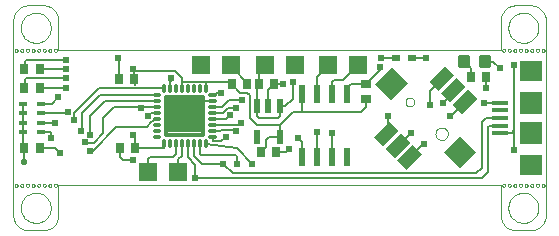
<source format=gtl>
G75*
%MOIN*%
%OFA0B0*%
%FSLAX24Y24*%
%IPPOS*%
%LPD*%
%AMOC8*
5,1,8,0,0,1.08239X$1,22.5*
%
%ADD10C,0.0000*%
%ADD11R,0.0276X0.0354*%
%ADD12R,0.0728X0.0433*%
%ADD13R,0.0787X0.0748*%
%ADD14R,0.0551X0.0138*%
%ADD15R,0.0748X0.0709*%
%ADD16R,0.0748X0.0748*%
%ADD17R,0.0236X0.0610*%
%ADD18R,0.0217X0.0472*%
%ADD19C,0.0118*%
%ADD20R,0.0600X0.0600*%
%ADD21R,0.0276X0.0197*%
%ADD22R,0.0354X0.0276*%
%ADD23C,0.0138*%
%ADD24R,0.0276X0.0177*%
%ADD25C,0.0080*%
%ADD26C,0.0240*%
%ADD27C,0.0220*%
D10*
X004510Y000900D02*
X004510Y007400D01*
X004512Y007444D01*
X004518Y007487D01*
X004527Y007529D01*
X004540Y007571D01*
X004557Y007611D01*
X004577Y007650D01*
X004600Y007687D01*
X004627Y007721D01*
X004656Y007754D01*
X004689Y007783D01*
X004723Y007810D01*
X004760Y007833D01*
X004799Y007853D01*
X004839Y007870D01*
X004881Y007883D01*
X004923Y007892D01*
X004966Y007898D01*
X005010Y007900D01*
X005510Y007900D01*
X005554Y007898D01*
X005597Y007892D01*
X005639Y007883D01*
X005681Y007870D01*
X005721Y007853D01*
X005760Y007833D01*
X005797Y007810D01*
X005831Y007783D01*
X005864Y007754D01*
X005893Y007721D01*
X005920Y007687D01*
X005943Y007650D01*
X005963Y007611D01*
X005980Y007571D01*
X005993Y007529D01*
X006002Y007487D01*
X006008Y007444D01*
X006010Y007400D01*
X006010Y006400D01*
X020760Y006400D01*
X020760Y007400D01*
X020762Y007444D01*
X020768Y007487D01*
X020777Y007529D01*
X020790Y007571D01*
X020807Y007611D01*
X020827Y007650D01*
X020850Y007687D01*
X020877Y007721D01*
X020906Y007754D01*
X020939Y007783D01*
X020973Y007810D01*
X021010Y007833D01*
X021049Y007853D01*
X021089Y007870D01*
X021131Y007883D01*
X021173Y007892D01*
X021216Y007898D01*
X021260Y007900D01*
X021760Y007900D01*
X021804Y007898D01*
X021847Y007892D01*
X021889Y007883D01*
X021931Y007870D01*
X021971Y007853D01*
X022010Y007833D01*
X022047Y007810D01*
X022081Y007783D01*
X022114Y007754D01*
X022143Y007721D01*
X022170Y007687D01*
X022193Y007650D01*
X022213Y007611D01*
X022230Y007571D01*
X022243Y007529D01*
X022252Y007487D01*
X022258Y007444D01*
X022260Y007400D01*
X022260Y000900D01*
X022258Y000856D01*
X022252Y000813D01*
X022243Y000771D01*
X022230Y000729D01*
X022213Y000689D01*
X022193Y000650D01*
X022170Y000613D01*
X022143Y000579D01*
X022114Y000546D01*
X022081Y000517D01*
X022047Y000490D01*
X022010Y000467D01*
X021971Y000447D01*
X021931Y000430D01*
X021889Y000417D01*
X021847Y000408D01*
X021804Y000402D01*
X021760Y000400D01*
X021260Y000400D01*
X021216Y000402D01*
X021173Y000408D01*
X021131Y000417D01*
X021089Y000430D01*
X021049Y000447D01*
X021010Y000467D01*
X020973Y000490D01*
X020939Y000517D01*
X020906Y000546D01*
X020877Y000579D01*
X020850Y000613D01*
X020827Y000650D01*
X020807Y000689D01*
X020790Y000729D01*
X020777Y000771D01*
X020768Y000813D01*
X020762Y000856D01*
X020760Y000900D01*
X020760Y001900D01*
X006010Y001900D01*
X006010Y000900D01*
X006008Y000856D01*
X006002Y000813D01*
X005993Y000771D01*
X005980Y000729D01*
X005963Y000689D01*
X005943Y000650D01*
X005920Y000613D01*
X005893Y000579D01*
X005864Y000546D01*
X005831Y000517D01*
X005797Y000490D01*
X005760Y000467D01*
X005721Y000447D01*
X005681Y000430D01*
X005639Y000417D01*
X005597Y000408D01*
X005554Y000402D01*
X005510Y000400D01*
X005010Y000400D01*
X004966Y000402D01*
X004923Y000408D01*
X004881Y000417D01*
X004839Y000430D01*
X004799Y000447D01*
X004760Y000467D01*
X004723Y000490D01*
X004689Y000517D01*
X004656Y000546D01*
X004627Y000579D01*
X004600Y000613D01*
X004577Y000650D01*
X004557Y000689D01*
X004540Y000729D01*
X004527Y000771D01*
X004518Y000813D01*
X004512Y000856D01*
X004510Y000900D01*
X004760Y001150D02*
X004762Y001194D01*
X004768Y001238D01*
X004778Y001281D01*
X004791Y001323D01*
X004808Y001364D01*
X004829Y001403D01*
X004853Y001440D01*
X004880Y001475D01*
X004910Y001507D01*
X004943Y001537D01*
X004979Y001563D01*
X005016Y001587D01*
X005056Y001606D01*
X005097Y001623D01*
X005140Y001635D01*
X005183Y001644D01*
X005227Y001649D01*
X005271Y001650D01*
X005315Y001647D01*
X005359Y001640D01*
X005402Y001629D01*
X005444Y001615D01*
X005484Y001597D01*
X005523Y001575D01*
X005559Y001551D01*
X005593Y001523D01*
X005625Y001492D01*
X005654Y001458D01*
X005680Y001422D01*
X005702Y001384D01*
X005721Y001344D01*
X005736Y001302D01*
X005748Y001260D01*
X005756Y001216D01*
X005760Y001172D01*
X005760Y001128D01*
X005756Y001084D01*
X005748Y001040D01*
X005736Y000998D01*
X005721Y000956D01*
X005702Y000916D01*
X005680Y000878D01*
X005654Y000842D01*
X005625Y000808D01*
X005593Y000777D01*
X005559Y000749D01*
X005523Y000725D01*
X005484Y000703D01*
X005444Y000685D01*
X005402Y000671D01*
X005359Y000660D01*
X005315Y000653D01*
X005271Y000650D01*
X005227Y000651D01*
X005183Y000656D01*
X005140Y000665D01*
X005097Y000677D01*
X005056Y000694D01*
X005016Y000713D01*
X004979Y000737D01*
X004943Y000763D01*
X004910Y000793D01*
X004880Y000825D01*
X004853Y000860D01*
X004829Y000897D01*
X004808Y000936D01*
X004791Y000977D01*
X004778Y001019D01*
X004768Y001062D01*
X004762Y001106D01*
X004760Y001150D01*
X004741Y001900D02*
X004743Y001913D01*
X004748Y001926D01*
X004757Y001937D01*
X004768Y001944D01*
X004781Y001949D01*
X004794Y001950D01*
X004808Y001947D01*
X004820Y001941D01*
X004830Y001932D01*
X004837Y001920D01*
X004841Y001907D01*
X004841Y001893D01*
X004837Y001880D01*
X004830Y001868D01*
X004820Y001859D01*
X004808Y001853D01*
X004794Y001850D01*
X004781Y001851D01*
X004768Y001856D01*
X004757Y001863D01*
X004748Y001874D01*
X004743Y001887D01*
X004741Y001900D01*
X004553Y001900D02*
X004555Y001913D01*
X004560Y001926D01*
X004569Y001937D01*
X004580Y001944D01*
X004593Y001949D01*
X004606Y001950D01*
X004620Y001947D01*
X004632Y001941D01*
X004642Y001932D01*
X004649Y001920D01*
X004653Y001907D01*
X004653Y001893D01*
X004649Y001880D01*
X004642Y001868D01*
X004632Y001859D01*
X004620Y001853D01*
X004606Y001850D01*
X004593Y001851D01*
X004580Y001856D01*
X004569Y001863D01*
X004560Y001874D01*
X004555Y001887D01*
X004553Y001900D01*
X004928Y001900D02*
X004930Y001913D01*
X004935Y001926D01*
X004944Y001937D01*
X004955Y001944D01*
X004968Y001949D01*
X004981Y001950D01*
X004995Y001947D01*
X005007Y001941D01*
X005017Y001932D01*
X005024Y001920D01*
X005028Y001907D01*
X005028Y001893D01*
X005024Y001880D01*
X005017Y001868D01*
X005007Y001859D01*
X004995Y001853D01*
X004981Y001850D01*
X004968Y001851D01*
X004955Y001856D01*
X004944Y001863D01*
X004935Y001874D01*
X004930Y001887D01*
X004928Y001900D01*
X005116Y001900D02*
X005118Y001913D01*
X005123Y001926D01*
X005132Y001937D01*
X005143Y001944D01*
X005156Y001949D01*
X005169Y001950D01*
X005183Y001947D01*
X005195Y001941D01*
X005205Y001932D01*
X005212Y001920D01*
X005216Y001907D01*
X005216Y001893D01*
X005212Y001880D01*
X005205Y001868D01*
X005195Y001859D01*
X005183Y001853D01*
X005169Y001850D01*
X005156Y001851D01*
X005143Y001856D01*
X005132Y001863D01*
X005123Y001874D01*
X005118Y001887D01*
X005116Y001900D01*
X005303Y001900D02*
X005305Y001913D01*
X005310Y001926D01*
X005319Y001937D01*
X005330Y001944D01*
X005343Y001949D01*
X005356Y001950D01*
X005370Y001947D01*
X005382Y001941D01*
X005392Y001932D01*
X005399Y001920D01*
X005403Y001907D01*
X005403Y001893D01*
X005399Y001880D01*
X005392Y001868D01*
X005382Y001859D01*
X005370Y001853D01*
X005356Y001850D01*
X005343Y001851D01*
X005330Y001856D01*
X005319Y001863D01*
X005310Y001874D01*
X005305Y001887D01*
X005303Y001900D01*
X005491Y001900D02*
X005493Y001913D01*
X005498Y001926D01*
X005507Y001937D01*
X005518Y001944D01*
X005531Y001949D01*
X005544Y001950D01*
X005558Y001947D01*
X005570Y001941D01*
X005580Y001932D01*
X005587Y001920D01*
X005591Y001907D01*
X005591Y001893D01*
X005587Y001880D01*
X005580Y001868D01*
X005570Y001859D01*
X005558Y001853D01*
X005544Y001850D01*
X005531Y001851D01*
X005518Y001856D01*
X005507Y001863D01*
X005498Y001874D01*
X005493Y001887D01*
X005491Y001900D01*
X005678Y001900D02*
X005680Y001913D01*
X005685Y001926D01*
X005694Y001937D01*
X005705Y001944D01*
X005718Y001949D01*
X005731Y001950D01*
X005745Y001947D01*
X005757Y001941D01*
X005767Y001932D01*
X005774Y001920D01*
X005778Y001907D01*
X005778Y001893D01*
X005774Y001880D01*
X005767Y001868D01*
X005757Y001859D01*
X005745Y001853D01*
X005731Y001850D01*
X005718Y001851D01*
X005705Y001856D01*
X005694Y001863D01*
X005685Y001874D01*
X005680Y001887D01*
X005678Y001900D01*
X005866Y001900D02*
X005868Y001913D01*
X005873Y001926D01*
X005882Y001937D01*
X005893Y001944D01*
X005906Y001949D01*
X005919Y001950D01*
X005933Y001947D01*
X005945Y001941D01*
X005955Y001932D01*
X005962Y001920D01*
X005966Y001907D01*
X005966Y001893D01*
X005962Y001880D01*
X005955Y001868D01*
X005945Y001859D01*
X005933Y001853D01*
X005919Y001850D01*
X005906Y001851D01*
X005893Y001856D01*
X005882Y001863D01*
X005873Y001874D01*
X005868Y001887D01*
X005866Y001900D01*
X005866Y006400D02*
X005868Y006413D01*
X005873Y006426D01*
X005882Y006437D01*
X005893Y006444D01*
X005906Y006449D01*
X005919Y006450D01*
X005933Y006447D01*
X005945Y006441D01*
X005955Y006432D01*
X005962Y006420D01*
X005966Y006407D01*
X005966Y006393D01*
X005962Y006380D01*
X005955Y006368D01*
X005945Y006359D01*
X005933Y006353D01*
X005919Y006350D01*
X005906Y006351D01*
X005893Y006356D01*
X005882Y006363D01*
X005873Y006374D01*
X005868Y006387D01*
X005866Y006400D01*
X005678Y006400D02*
X005680Y006413D01*
X005685Y006426D01*
X005694Y006437D01*
X005705Y006444D01*
X005718Y006449D01*
X005731Y006450D01*
X005745Y006447D01*
X005757Y006441D01*
X005767Y006432D01*
X005774Y006420D01*
X005778Y006407D01*
X005778Y006393D01*
X005774Y006380D01*
X005767Y006368D01*
X005757Y006359D01*
X005745Y006353D01*
X005731Y006350D01*
X005718Y006351D01*
X005705Y006356D01*
X005694Y006363D01*
X005685Y006374D01*
X005680Y006387D01*
X005678Y006400D01*
X005491Y006400D02*
X005493Y006413D01*
X005498Y006426D01*
X005507Y006437D01*
X005518Y006444D01*
X005531Y006449D01*
X005544Y006450D01*
X005558Y006447D01*
X005570Y006441D01*
X005580Y006432D01*
X005587Y006420D01*
X005591Y006407D01*
X005591Y006393D01*
X005587Y006380D01*
X005580Y006368D01*
X005570Y006359D01*
X005558Y006353D01*
X005544Y006350D01*
X005531Y006351D01*
X005518Y006356D01*
X005507Y006363D01*
X005498Y006374D01*
X005493Y006387D01*
X005491Y006400D01*
X005303Y006400D02*
X005305Y006413D01*
X005310Y006426D01*
X005319Y006437D01*
X005330Y006444D01*
X005343Y006449D01*
X005356Y006450D01*
X005370Y006447D01*
X005382Y006441D01*
X005392Y006432D01*
X005399Y006420D01*
X005403Y006407D01*
X005403Y006393D01*
X005399Y006380D01*
X005392Y006368D01*
X005382Y006359D01*
X005370Y006353D01*
X005356Y006350D01*
X005343Y006351D01*
X005330Y006356D01*
X005319Y006363D01*
X005310Y006374D01*
X005305Y006387D01*
X005303Y006400D01*
X005116Y006400D02*
X005118Y006413D01*
X005123Y006426D01*
X005132Y006437D01*
X005143Y006444D01*
X005156Y006449D01*
X005169Y006450D01*
X005183Y006447D01*
X005195Y006441D01*
X005205Y006432D01*
X005212Y006420D01*
X005216Y006407D01*
X005216Y006393D01*
X005212Y006380D01*
X005205Y006368D01*
X005195Y006359D01*
X005183Y006353D01*
X005169Y006350D01*
X005156Y006351D01*
X005143Y006356D01*
X005132Y006363D01*
X005123Y006374D01*
X005118Y006387D01*
X005116Y006400D01*
X004928Y006400D02*
X004930Y006413D01*
X004935Y006426D01*
X004944Y006437D01*
X004955Y006444D01*
X004968Y006449D01*
X004981Y006450D01*
X004995Y006447D01*
X005007Y006441D01*
X005017Y006432D01*
X005024Y006420D01*
X005028Y006407D01*
X005028Y006393D01*
X005024Y006380D01*
X005017Y006368D01*
X005007Y006359D01*
X004995Y006353D01*
X004981Y006350D01*
X004968Y006351D01*
X004955Y006356D01*
X004944Y006363D01*
X004935Y006374D01*
X004930Y006387D01*
X004928Y006400D01*
X004741Y006400D02*
X004743Y006413D01*
X004748Y006426D01*
X004757Y006437D01*
X004768Y006444D01*
X004781Y006449D01*
X004794Y006450D01*
X004808Y006447D01*
X004820Y006441D01*
X004830Y006432D01*
X004837Y006420D01*
X004841Y006407D01*
X004841Y006393D01*
X004837Y006380D01*
X004830Y006368D01*
X004820Y006359D01*
X004808Y006353D01*
X004794Y006350D01*
X004781Y006351D01*
X004768Y006356D01*
X004757Y006363D01*
X004748Y006374D01*
X004743Y006387D01*
X004741Y006400D01*
X004553Y006400D02*
X004555Y006413D01*
X004560Y006426D01*
X004569Y006437D01*
X004580Y006444D01*
X004593Y006449D01*
X004606Y006450D01*
X004620Y006447D01*
X004632Y006441D01*
X004642Y006432D01*
X004649Y006420D01*
X004653Y006407D01*
X004653Y006393D01*
X004649Y006380D01*
X004642Y006368D01*
X004632Y006359D01*
X004620Y006353D01*
X004606Y006350D01*
X004593Y006351D01*
X004580Y006356D01*
X004569Y006363D01*
X004560Y006374D01*
X004555Y006387D01*
X004553Y006400D01*
X004760Y007150D02*
X004762Y007194D01*
X004768Y007238D01*
X004778Y007281D01*
X004791Y007323D01*
X004808Y007364D01*
X004829Y007403D01*
X004853Y007440D01*
X004880Y007475D01*
X004910Y007507D01*
X004943Y007537D01*
X004979Y007563D01*
X005016Y007587D01*
X005056Y007606D01*
X005097Y007623D01*
X005140Y007635D01*
X005183Y007644D01*
X005227Y007649D01*
X005271Y007650D01*
X005315Y007647D01*
X005359Y007640D01*
X005402Y007629D01*
X005444Y007615D01*
X005484Y007597D01*
X005523Y007575D01*
X005559Y007551D01*
X005593Y007523D01*
X005625Y007492D01*
X005654Y007458D01*
X005680Y007422D01*
X005702Y007384D01*
X005721Y007344D01*
X005736Y007302D01*
X005748Y007260D01*
X005756Y007216D01*
X005760Y007172D01*
X005760Y007128D01*
X005756Y007084D01*
X005748Y007040D01*
X005736Y006998D01*
X005721Y006956D01*
X005702Y006916D01*
X005680Y006878D01*
X005654Y006842D01*
X005625Y006808D01*
X005593Y006777D01*
X005559Y006749D01*
X005523Y006725D01*
X005484Y006703D01*
X005444Y006685D01*
X005402Y006671D01*
X005359Y006660D01*
X005315Y006653D01*
X005271Y006650D01*
X005227Y006651D01*
X005183Y006656D01*
X005140Y006665D01*
X005097Y006677D01*
X005056Y006694D01*
X005016Y006713D01*
X004979Y006737D01*
X004943Y006763D01*
X004910Y006793D01*
X004880Y006825D01*
X004853Y006860D01*
X004829Y006897D01*
X004808Y006936D01*
X004791Y006977D01*
X004778Y007019D01*
X004768Y007062D01*
X004762Y007106D01*
X004760Y007150D01*
X017583Y004679D02*
X017585Y004703D01*
X017591Y004726D01*
X017600Y004748D01*
X017613Y004768D01*
X017628Y004786D01*
X017647Y004801D01*
X017668Y004813D01*
X017690Y004821D01*
X017713Y004826D01*
X017737Y004827D01*
X017761Y004824D01*
X017783Y004817D01*
X017805Y004807D01*
X017825Y004794D01*
X017842Y004777D01*
X017856Y004758D01*
X017867Y004737D01*
X017875Y004714D01*
X017879Y004691D01*
X017879Y004667D01*
X017875Y004644D01*
X017867Y004621D01*
X017856Y004600D01*
X017842Y004581D01*
X017825Y004564D01*
X017805Y004551D01*
X017783Y004541D01*
X017761Y004534D01*
X017737Y004531D01*
X017713Y004532D01*
X017690Y004537D01*
X017668Y004545D01*
X017647Y004557D01*
X017628Y004572D01*
X017613Y004590D01*
X017600Y004610D01*
X017591Y004632D01*
X017585Y004655D01*
X017583Y004679D01*
X018581Y003621D02*
X018583Y003649D01*
X018589Y003677D01*
X018598Y003703D01*
X018611Y003729D01*
X018627Y003752D01*
X018647Y003772D01*
X018669Y003790D01*
X018693Y003805D01*
X018719Y003816D01*
X018746Y003824D01*
X018774Y003828D01*
X018802Y003828D01*
X018830Y003824D01*
X018857Y003816D01*
X018883Y003805D01*
X018907Y003790D01*
X018929Y003772D01*
X018949Y003752D01*
X018965Y003729D01*
X018978Y003703D01*
X018987Y003677D01*
X018993Y003649D01*
X018995Y003621D01*
X018993Y003593D01*
X018987Y003565D01*
X018978Y003539D01*
X018965Y003513D01*
X018949Y003490D01*
X018929Y003470D01*
X018907Y003452D01*
X018883Y003437D01*
X018857Y003426D01*
X018830Y003418D01*
X018802Y003414D01*
X018774Y003414D01*
X018746Y003418D01*
X018719Y003426D01*
X018693Y003437D01*
X018669Y003452D01*
X018647Y003470D01*
X018627Y003490D01*
X018611Y003513D01*
X018598Y003539D01*
X018589Y003565D01*
X018583Y003593D01*
X018581Y003621D01*
X020803Y001900D02*
X020805Y001913D01*
X020810Y001926D01*
X020819Y001937D01*
X020830Y001944D01*
X020843Y001949D01*
X020856Y001950D01*
X020870Y001947D01*
X020882Y001941D01*
X020892Y001932D01*
X020899Y001920D01*
X020903Y001907D01*
X020903Y001893D01*
X020899Y001880D01*
X020892Y001868D01*
X020882Y001859D01*
X020870Y001853D01*
X020856Y001850D01*
X020843Y001851D01*
X020830Y001856D01*
X020819Y001863D01*
X020810Y001874D01*
X020805Y001887D01*
X020803Y001900D01*
X020991Y001900D02*
X020993Y001913D01*
X020998Y001926D01*
X021007Y001937D01*
X021018Y001944D01*
X021031Y001949D01*
X021044Y001950D01*
X021058Y001947D01*
X021070Y001941D01*
X021080Y001932D01*
X021087Y001920D01*
X021091Y001907D01*
X021091Y001893D01*
X021087Y001880D01*
X021080Y001868D01*
X021070Y001859D01*
X021058Y001853D01*
X021044Y001850D01*
X021031Y001851D01*
X021018Y001856D01*
X021007Y001863D01*
X020998Y001874D01*
X020993Y001887D01*
X020991Y001900D01*
X021178Y001900D02*
X021180Y001913D01*
X021185Y001926D01*
X021194Y001937D01*
X021205Y001944D01*
X021218Y001949D01*
X021231Y001950D01*
X021245Y001947D01*
X021257Y001941D01*
X021267Y001932D01*
X021274Y001920D01*
X021278Y001907D01*
X021278Y001893D01*
X021274Y001880D01*
X021267Y001868D01*
X021257Y001859D01*
X021245Y001853D01*
X021231Y001850D01*
X021218Y001851D01*
X021205Y001856D01*
X021194Y001863D01*
X021185Y001874D01*
X021180Y001887D01*
X021178Y001900D01*
X021366Y001900D02*
X021368Y001913D01*
X021373Y001926D01*
X021382Y001937D01*
X021393Y001944D01*
X021406Y001949D01*
X021419Y001950D01*
X021433Y001947D01*
X021445Y001941D01*
X021455Y001932D01*
X021462Y001920D01*
X021466Y001907D01*
X021466Y001893D01*
X021462Y001880D01*
X021455Y001868D01*
X021445Y001859D01*
X021433Y001853D01*
X021419Y001850D01*
X021406Y001851D01*
X021393Y001856D01*
X021382Y001863D01*
X021373Y001874D01*
X021368Y001887D01*
X021366Y001900D01*
X021553Y001900D02*
X021555Y001913D01*
X021560Y001926D01*
X021569Y001937D01*
X021580Y001944D01*
X021593Y001949D01*
X021606Y001950D01*
X021620Y001947D01*
X021632Y001941D01*
X021642Y001932D01*
X021649Y001920D01*
X021653Y001907D01*
X021653Y001893D01*
X021649Y001880D01*
X021642Y001868D01*
X021632Y001859D01*
X021620Y001853D01*
X021606Y001850D01*
X021593Y001851D01*
X021580Y001856D01*
X021569Y001863D01*
X021560Y001874D01*
X021555Y001887D01*
X021553Y001900D01*
X021741Y001900D02*
X021743Y001913D01*
X021748Y001926D01*
X021757Y001937D01*
X021768Y001944D01*
X021781Y001949D01*
X021794Y001950D01*
X021808Y001947D01*
X021820Y001941D01*
X021830Y001932D01*
X021837Y001920D01*
X021841Y001907D01*
X021841Y001893D01*
X021837Y001880D01*
X021830Y001868D01*
X021820Y001859D01*
X021808Y001853D01*
X021794Y001850D01*
X021781Y001851D01*
X021768Y001856D01*
X021757Y001863D01*
X021748Y001874D01*
X021743Y001887D01*
X021741Y001900D01*
X021928Y001900D02*
X021930Y001913D01*
X021935Y001926D01*
X021944Y001937D01*
X021955Y001944D01*
X021968Y001949D01*
X021981Y001950D01*
X021995Y001947D01*
X022007Y001941D01*
X022017Y001932D01*
X022024Y001920D01*
X022028Y001907D01*
X022028Y001893D01*
X022024Y001880D01*
X022017Y001868D01*
X022007Y001859D01*
X021995Y001853D01*
X021981Y001850D01*
X021968Y001851D01*
X021955Y001856D01*
X021944Y001863D01*
X021935Y001874D01*
X021930Y001887D01*
X021928Y001900D01*
X022116Y001900D02*
X022118Y001913D01*
X022123Y001926D01*
X022132Y001937D01*
X022143Y001944D01*
X022156Y001949D01*
X022169Y001950D01*
X022183Y001947D01*
X022195Y001941D01*
X022205Y001932D01*
X022212Y001920D01*
X022216Y001907D01*
X022216Y001893D01*
X022212Y001880D01*
X022205Y001868D01*
X022195Y001859D01*
X022183Y001853D01*
X022169Y001850D01*
X022156Y001851D01*
X022143Y001856D01*
X022132Y001863D01*
X022123Y001874D01*
X022118Y001887D01*
X022116Y001900D01*
X021010Y001150D02*
X021012Y001194D01*
X021018Y001238D01*
X021028Y001281D01*
X021041Y001323D01*
X021058Y001364D01*
X021079Y001403D01*
X021103Y001440D01*
X021130Y001475D01*
X021160Y001507D01*
X021193Y001537D01*
X021229Y001563D01*
X021266Y001587D01*
X021306Y001606D01*
X021347Y001623D01*
X021390Y001635D01*
X021433Y001644D01*
X021477Y001649D01*
X021521Y001650D01*
X021565Y001647D01*
X021609Y001640D01*
X021652Y001629D01*
X021694Y001615D01*
X021734Y001597D01*
X021773Y001575D01*
X021809Y001551D01*
X021843Y001523D01*
X021875Y001492D01*
X021904Y001458D01*
X021930Y001422D01*
X021952Y001384D01*
X021971Y001344D01*
X021986Y001302D01*
X021998Y001260D01*
X022006Y001216D01*
X022010Y001172D01*
X022010Y001128D01*
X022006Y001084D01*
X021998Y001040D01*
X021986Y000998D01*
X021971Y000956D01*
X021952Y000916D01*
X021930Y000878D01*
X021904Y000842D01*
X021875Y000808D01*
X021843Y000777D01*
X021809Y000749D01*
X021773Y000725D01*
X021734Y000703D01*
X021694Y000685D01*
X021652Y000671D01*
X021609Y000660D01*
X021565Y000653D01*
X021521Y000650D01*
X021477Y000651D01*
X021433Y000656D01*
X021390Y000665D01*
X021347Y000677D01*
X021306Y000694D01*
X021266Y000713D01*
X021229Y000737D01*
X021193Y000763D01*
X021160Y000793D01*
X021130Y000825D01*
X021103Y000860D01*
X021079Y000897D01*
X021058Y000936D01*
X021041Y000977D01*
X021028Y001019D01*
X021018Y001062D01*
X021012Y001106D01*
X021010Y001150D01*
X020991Y006400D02*
X020993Y006413D01*
X020998Y006426D01*
X021007Y006437D01*
X021018Y006444D01*
X021031Y006449D01*
X021044Y006450D01*
X021058Y006447D01*
X021070Y006441D01*
X021080Y006432D01*
X021087Y006420D01*
X021091Y006407D01*
X021091Y006393D01*
X021087Y006380D01*
X021080Y006368D01*
X021070Y006359D01*
X021058Y006353D01*
X021044Y006350D01*
X021031Y006351D01*
X021018Y006356D01*
X021007Y006363D01*
X020998Y006374D01*
X020993Y006387D01*
X020991Y006400D01*
X020803Y006400D02*
X020805Y006413D01*
X020810Y006426D01*
X020819Y006437D01*
X020830Y006444D01*
X020843Y006449D01*
X020856Y006450D01*
X020870Y006447D01*
X020882Y006441D01*
X020892Y006432D01*
X020899Y006420D01*
X020903Y006407D01*
X020903Y006393D01*
X020899Y006380D01*
X020892Y006368D01*
X020882Y006359D01*
X020870Y006353D01*
X020856Y006350D01*
X020843Y006351D01*
X020830Y006356D01*
X020819Y006363D01*
X020810Y006374D01*
X020805Y006387D01*
X020803Y006400D01*
X021178Y006400D02*
X021180Y006413D01*
X021185Y006426D01*
X021194Y006437D01*
X021205Y006444D01*
X021218Y006449D01*
X021231Y006450D01*
X021245Y006447D01*
X021257Y006441D01*
X021267Y006432D01*
X021274Y006420D01*
X021278Y006407D01*
X021278Y006393D01*
X021274Y006380D01*
X021267Y006368D01*
X021257Y006359D01*
X021245Y006353D01*
X021231Y006350D01*
X021218Y006351D01*
X021205Y006356D01*
X021194Y006363D01*
X021185Y006374D01*
X021180Y006387D01*
X021178Y006400D01*
X021366Y006400D02*
X021368Y006413D01*
X021373Y006426D01*
X021382Y006437D01*
X021393Y006444D01*
X021406Y006449D01*
X021419Y006450D01*
X021433Y006447D01*
X021445Y006441D01*
X021455Y006432D01*
X021462Y006420D01*
X021466Y006407D01*
X021466Y006393D01*
X021462Y006380D01*
X021455Y006368D01*
X021445Y006359D01*
X021433Y006353D01*
X021419Y006350D01*
X021406Y006351D01*
X021393Y006356D01*
X021382Y006363D01*
X021373Y006374D01*
X021368Y006387D01*
X021366Y006400D01*
X021553Y006400D02*
X021555Y006413D01*
X021560Y006426D01*
X021569Y006437D01*
X021580Y006444D01*
X021593Y006449D01*
X021606Y006450D01*
X021620Y006447D01*
X021632Y006441D01*
X021642Y006432D01*
X021649Y006420D01*
X021653Y006407D01*
X021653Y006393D01*
X021649Y006380D01*
X021642Y006368D01*
X021632Y006359D01*
X021620Y006353D01*
X021606Y006350D01*
X021593Y006351D01*
X021580Y006356D01*
X021569Y006363D01*
X021560Y006374D01*
X021555Y006387D01*
X021553Y006400D01*
X021741Y006400D02*
X021743Y006413D01*
X021748Y006426D01*
X021757Y006437D01*
X021768Y006444D01*
X021781Y006449D01*
X021794Y006450D01*
X021808Y006447D01*
X021820Y006441D01*
X021830Y006432D01*
X021837Y006420D01*
X021841Y006407D01*
X021841Y006393D01*
X021837Y006380D01*
X021830Y006368D01*
X021820Y006359D01*
X021808Y006353D01*
X021794Y006350D01*
X021781Y006351D01*
X021768Y006356D01*
X021757Y006363D01*
X021748Y006374D01*
X021743Y006387D01*
X021741Y006400D01*
X021928Y006400D02*
X021930Y006413D01*
X021935Y006426D01*
X021944Y006437D01*
X021955Y006444D01*
X021968Y006449D01*
X021981Y006450D01*
X021995Y006447D01*
X022007Y006441D01*
X022017Y006432D01*
X022024Y006420D01*
X022028Y006407D01*
X022028Y006393D01*
X022024Y006380D01*
X022017Y006368D01*
X022007Y006359D01*
X021995Y006353D01*
X021981Y006350D01*
X021968Y006351D01*
X021955Y006356D01*
X021944Y006363D01*
X021935Y006374D01*
X021930Y006387D01*
X021928Y006400D01*
X022116Y006400D02*
X022118Y006413D01*
X022123Y006426D01*
X022132Y006437D01*
X022143Y006444D01*
X022156Y006449D01*
X022169Y006450D01*
X022183Y006447D01*
X022195Y006441D01*
X022205Y006432D01*
X022212Y006420D01*
X022216Y006407D01*
X022216Y006393D01*
X022212Y006380D01*
X022205Y006368D01*
X022195Y006359D01*
X022183Y006353D01*
X022169Y006350D01*
X022156Y006351D01*
X022143Y006356D01*
X022132Y006363D01*
X022123Y006374D01*
X022118Y006387D01*
X022116Y006400D01*
X021010Y007150D02*
X021012Y007194D01*
X021018Y007238D01*
X021028Y007281D01*
X021041Y007323D01*
X021058Y007364D01*
X021079Y007403D01*
X021103Y007440D01*
X021130Y007475D01*
X021160Y007507D01*
X021193Y007537D01*
X021229Y007563D01*
X021266Y007587D01*
X021306Y007606D01*
X021347Y007623D01*
X021390Y007635D01*
X021433Y007644D01*
X021477Y007649D01*
X021521Y007650D01*
X021565Y007647D01*
X021609Y007640D01*
X021652Y007629D01*
X021694Y007615D01*
X021734Y007597D01*
X021773Y007575D01*
X021809Y007551D01*
X021843Y007523D01*
X021875Y007492D01*
X021904Y007458D01*
X021930Y007422D01*
X021952Y007384D01*
X021971Y007344D01*
X021986Y007302D01*
X021998Y007260D01*
X022006Y007216D01*
X022010Y007172D01*
X022010Y007128D01*
X022006Y007084D01*
X021998Y007040D01*
X021986Y006998D01*
X021971Y006956D01*
X021952Y006916D01*
X021930Y006878D01*
X021904Y006842D01*
X021875Y006808D01*
X021843Y006777D01*
X021809Y006749D01*
X021773Y006725D01*
X021734Y006703D01*
X021694Y006685D01*
X021652Y006671D01*
X021609Y006660D01*
X021565Y006653D01*
X021521Y006650D01*
X021477Y006651D01*
X021433Y006656D01*
X021390Y006665D01*
X021347Y006677D01*
X021306Y006694D01*
X021266Y006713D01*
X021229Y006737D01*
X021193Y006763D01*
X021160Y006793D01*
X021130Y006825D01*
X021103Y006860D01*
X021079Y006897D01*
X021058Y006936D01*
X021041Y006977D01*
X021028Y007019D01*
X021018Y007062D01*
X021012Y007106D01*
X021010Y007150D01*
D11*
X020265Y005525D03*
X019754Y005525D03*
X013203Y005275D03*
X012691Y005275D03*
X012297Y005275D03*
X011785Y005275D03*
X012754Y003025D03*
X013265Y003025D03*
X008578Y003150D03*
X008066Y003150D03*
X005390Y003150D03*
X004879Y003150D03*
X004879Y005150D03*
X005390Y005150D03*
X005390Y005775D03*
X004879Y005775D03*
X008035Y005431D03*
X008547Y005431D03*
D12*
G36*
X017354Y003718D02*
X016840Y003204D01*
X016534Y003510D01*
X017048Y004024D01*
X017354Y003718D01*
G37*
G36*
X017744Y003328D02*
X017230Y002814D01*
X016924Y003120D01*
X017438Y003634D01*
X017744Y003328D01*
G37*
G36*
X018134Y002939D02*
X017620Y002425D01*
X017314Y002731D01*
X017828Y003245D01*
X018134Y002939D01*
G37*
G36*
X019985Y004790D02*
X019471Y004276D01*
X019165Y004582D01*
X019679Y005096D01*
X019985Y004790D01*
G37*
G36*
X019595Y005180D02*
X019081Y004666D01*
X018775Y004972D01*
X019289Y005486D01*
X019595Y005180D01*
G37*
G36*
X019205Y005569D02*
X018691Y005055D01*
X018385Y005361D01*
X018899Y005875D01*
X019205Y005569D01*
G37*
D13*
G36*
X017660Y005304D02*
X017105Y004749D01*
X016576Y005278D01*
X017131Y005833D01*
X017660Y005304D01*
G37*
G36*
X019943Y003022D02*
X019388Y002467D01*
X018859Y002996D01*
X019414Y003551D01*
X019943Y003022D01*
G37*
D14*
X020716Y003638D03*
X020716Y003894D03*
X020716Y004150D03*
X020716Y004406D03*
X020716Y004662D03*
D15*
X021760Y005725D03*
X021760Y002575D03*
D16*
X021760Y003650D03*
X021760Y004650D03*
D17*
X015635Y004959D03*
X015135Y004959D03*
X014635Y004959D03*
X014135Y004959D03*
X014135Y002833D03*
X014635Y002833D03*
X015135Y002833D03*
X015635Y002833D03*
D18*
X013384Y003513D03*
X012635Y003513D03*
X012635Y004537D03*
X013010Y004537D03*
X013384Y004537D03*
D19*
X011232Y004508D02*
X011074Y004508D01*
X011074Y004705D02*
X011232Y004705D01*
X011232Y004901D02*
X011074Y004901D01*
X010917Y005059D02*
X010917Y005217D01*
X010720Y005217D02*
X010720Y005059D01*
X010524Y005059D02*
X010524Y005217D01*
X010327Y005217D02*
X010327Y005059D01*
X010130Y005059D02*
X010130Y005217D01*
X009933Y005217D02*
X009933Y005059D01*
X009736Y005059D02*
X009736Y005217D01*
X009539Y005217D02*
X009539Y005059D01*
X009382Y004901D02*
X009224Y004901D01*
X009224Y004705D02*
X009382Y004705D01*
X009382Y004508D02*
X009224Y004508D01*
X009224Y004311D02*
X009382Y004311D01*
X009382Y004114D02*
X009224Y004114D01*
X009224Y003917D02*
X009382Y003917D01*
X009382Y003720D02*
X009224Y003720D01*
X009224Y003524D02*
X009382Y003524D01*
X009539Y003366D02*
X009539Y003208D01*
X009736Y003208D02*
X009736Y003366D01*
X009933Y003366D02*
X009933Y003208D01*
X010130Y003208D02*
X010130Y003366D01*
X010327Y003366D02*
X010327Y003208D01*
X010524Y003208D02*
X010524Y003366D01*
X010720Y003366D02*
X010720Y003208D01*
X010917Y003208D02*
X010917Y003366D01*
X011074Y003524D02*
X011232Y003524D01*
X011232Y003720D02*
X011074Y003720D01*
X011074Y003917D02*
X011232Y003917D01*
X011232Y004114D02*
X011074Y004114D01*
X011074Y004311D02*
X011232Y004311D01*
X019401Y005887D02*
X019401Y006163D01*
X019677Y006163D01*
X019677Y005887D01*
X019401Y005887D01*
X019401Y006004D02*
X019677Y006004D01*
X019677Y006121D02*
X019401Y006121D01*
X020092Y006163D02*
X020092Y005887D01*
X020092Y006163D02*
X020368Y006163D01*
X020368Y005887D01*
X020092Y005887D01*
X020092Y006004D02*
X020368Y006004D01*
X020368Y006121D02*
X020092Y006121D01*
D20*
X016010Y005900D03*
X015010Y005900D03*
X013885Y005900D03*
X012885Y005900D03*
X011760Y005900D03*
X010760Y005900D03*
X010010Y002338D03*
X009010Y002338D03*
D21*
X017273Y006150D03*
X017785Y006150D03*
D22*
X016260Y005281D03*
X016260Y004769D03*
D23*
X009608Y004833D02*
X009608Y003593D01*
X009608Y004833D02*
X010848Y004833D01*
X010848Y003593D01*
X009608Y003593D01*
X009608Y003730D02*
X010848Y003730D01*
X010848Y003867D02*
X009608Y003867D01*
X009608Y004004D02*
X010848Y004004D01*
X010848Y004141D02*
X009608Y004141D01*
X009608Y004278D02*
X010848Y004278D01*
X010848Y004415D02*
X009608Y004415D01*
X009608Y004552D02*
X010848Y004552D01*
X010848Y004689D02*
X009608Y004689D01*
X009608Y004826D02*
X010848Y004826D01*
D24*
X005440Y004622D03*
X005440Y004307D03*
X005440Y003993D03*
X005440Y003678D03*
X004829Y003678D03*
X004829Y003993D03*
X004829Y004307D03*
X004829Y004622D03*
D25*
X004829Y004307D01*
X004829Y003678D01*
X004829Y003199D01*
X004879Y003150D01*
X004853Y003125D01*
X004853Y002681D01*
X005390Y003150D02*
X005885Y003150D01*
X006072Y002963D01*
X005760Y003463D02*
X005760Y003650D01*
X005732Y003678D01*
X005440Y003678D01*
X005440Y003993D02*
X005854Y003993D01*
X005885Y003963D01*
X006323Y004307D02*
X005440Y004307D01*
X005440Y004622D02*
X005794Y004622D01*
X006010Y004838D01*
X006260Y005150D02*
X005390Y005150D01*
X004947Y005463D02*
X004885Y005400D01*
X004885Y005156D01*
X004879Y005150D01*
X004947Y005463D02*
X006260Y005463D01*
X006260Y005775D02*
X005390Y005775D01*
X004947Y006088D02*
X004885Y006025D01*
X004885Y005781D01*
X004879Y005775D01*
X004947Y006088D02*
X006260Y006088D01*
X007372Y005138D02*
X006541Y004306D01*
X006541Y004088D01*
X006323Y004307D02*
X006322Y004338D01*
X006791Y004306D02*
X006791Y003744D01*
X006760Y003713D01*
X007072Y003588D02*
X007072Y004213D01*
X007564Y004705D01*
X009303Y004705D01*
X009303Y004901D02*
X007386Y004901D01*
X006791Y004306D01*
X007510Y004150D02*
X007510Y003632D01*
X007197Y003320D01*
X006867Y003320D01*
X006885Y003338D01*
X007072Y003056D02*
X007158Y003056D01*
X007939Y003838D01*
X008978Y003838D01*
X009099Y004020D01*
X009303Y004114D01*
X009303Y004311D02*
X009108Y004311D01*
X009010Y004213D01*
X008774Y004477D02*
X008742Y004494D01*
X008760Y004508D01*
X007867Y004508D01*
X007510Y004150D01*
X008510Y003588D02*
X008578Y003519D01*
X008578Y003150D01*
X009520Y003150D01*
X009539Y003287D01*
X009933Y003287D02*
X009933Y002948D01*
X009822Y002838D01*
X009072Y002838D01*
X009010Y002775D01*
X009010Y002338D01*
X008510Y002744D02*
X008166Y002744D01*
X008072Y002838D01*
X008072Y003144D01*
X008066Y003150D01*
X008774Y004477D02*
X008760Y004494D01*
X008760Y004508D02*
X009303Y004508D01*
X009539Y005138D02*
X007372Y005138D01*
X008035Y005431D02*
X008035Y006125D01*
X008010Y006150D01*
X008510Y005775D02*
X008572Y005713D01*
X009885Y005713D01*
X010130Y005467D01*
X010130Y005338D01*
X010130Y005138D01*
X010140Y005127D01*
X010130Y005338D02*
X010916Y005338D01*
X011722Y005338D01*
X011785Y005275D01*
X012066Y004994D01*
X012291Y004994D01*
X012385Y004900D01*
X012385Y004150D01*
X012635Y003900D01*
X013385Y003900D01*
X013822Y004338D01*
X014135Y004338D01*
X014135Y004959D01*
X013822Y004794D02*
X013565Y004537D01*
X013384Y004537D01*
X013384Y004212D01*
X013322Y004150D01*
X012697Y004150D01*
X012635Y004213D01*
X012635Y004538D01*
X012635Y004537D01*
X012635Y005094D01*
X012691Y005275D01*
X012691Y005707D01*
X012885Y005900D01*
X013203Y005275D02*
X013510Y005275D01*
X013203Y005275D02*
X013010Y005082D01*
X013010Y004537D01*
X013385Y003900D02*
X013385Y003514D01*
X013384Y003513D01*
X013029Y003513D01*
X012916Y003400D01*
X012916Y003187D01*
X012754Y003025D01*
X012478Y002619D02*
X011966Y003131D01*
X010917Y003287D01*
X010720Y003287D02*
X010720Y002939D01*
X010760Y002900D01*
X011916Y002900D01*
X011978Y002838D01*
X011978Y002619D01*
X011823Y002306D02*
X011510Y002620D01*
X010790Y002620D01*
X010524Y002886D01*
X010524Y003287D01*
X010327Y003287D02*
X010327Y002833D01*
X010572Y002588D01*
X010572Y002150D01*
X010667Y002149D01*
X013136Y002149D01*
X013135Y002150D01*
X020135Y002150D01*
X020322Y002338D01*
X020322Y003838D01*
X020379Y003894D01*
X020716Y003894D01*
X020716Y004150D02*
X020260Y004150D01*
X020135Y004025D01*
X020135Y002494D01*
X019947Y002306D01*
X011823Y002306D01*
X011447Y003369D02*
X011155Y003369D01*
X011153Y003524D01*
X011153Y003720D02*
X011392Y003720D01*
X011416Y003744D01*
X011916Y003744D01*
X011947Y003713D01*
X011899Y003761D01*
X012027Y003917D02*
X012103Y003994D01*
X012067Y003958D01*
X012027Y003917D02*
X011153Y003917D01*
X011153Y004114D02*
X011599Y004114D01*
X011728Y004244D01*
X011483Y004311D02*
X011666Y004494D01*
X011916Y004494D01*
X012135Y004744D02*
X011697Y004744D01*
X011461Y004508D01*
X011153Y004508D01*
X011153Y004705D02*
X010720Y004705D01*
X010072Y004056D01*
X010228Y004213D01*
X011153Y004311D02*
X011483Y004311D01*
X011153Y004888D02*
X011153Y004901D01*
X011153Y004888D02*
X011260Y004994D01*
X011447Y004994D01*
X010917Y005138D02*
X010917Y005242D01*
X010916Y005338D01*
X011760Y005900D02*
X011828Y005832D01*
X012297Y005275D01*
X013822Y005338D02*
X013822Y004794D01*
X014135Y004338D02*
X016091Y004338D01*
X016260Y004506D01*
X016260Y004769D01*
X016265Y004775D01*
X016254Y005275D02*
X015760Y005275D01*
X015635Y005150D01*
X015635Y004959D01*
X015510Y005400D02*
X015197Y005400D01*
X015135Y005338D01*
X015135Y004959D01*
X014635Y004959D02*
X014635Y005525D01*
X015010Y005900D01*
X015510Y005400D02*
X016010Y005900D01*
X016260Y005281D02*
X016728Y005750D01*
X016728Y005838D01*
X016760Y006150D02*
X017273Y006150D01*
X017785Y006150D02*
X018260Y006150D01*
X018795Y005465D02*
X018385Y005054D01*
X018385Y004588D01*
X018822Y004650D02*
X019185Y005013D01*
X019185Y005076D01*
X019575Y004686D02*
X019102Y004213D01*
X019072Y004213D01*
X020197Y004650D02*
X020209Y004662D01*
X020716Y004662D01*
X020260Y005150D02*
X020265Y005525D01*
X020230Y006025D02*
X020510Y006025D01*
X020728Y005806D01*
X021197Y005926D02*
X021197Y003775D01*
X021197Y003088D01*
X021123Y003638D02*
X020716Y003638D01*
X021123Y003638D02*
X021197Y003775D01*
X021760Y002575D02*
X021709Y002325D01*
X021635Y002400D01*
X021584Y002400D01*
X021635Y002400D02*
X021947Y002463D01*
X021822Y002525D01*
X018197Y003275D02*
X018164Y003275D01*
X017724Y002835D01*
X017694Y002835D01*
X017334Y003224D02*
X017760Y003650D01*
X017010Y003679D02*
X016944Y003614D01*
X017010Y003679D02*
X017010Y004213D01*
X016254Y005275D02*
X016260Y005281D01*
X014635Y003681D02*
X014635Y002833D01*
X015135Y002833D02*
X015166Y002802D01*
X015135Y002833D02*
X015135Y003650D01*
X014139Y003333D02*
X014135Y002833D01*
X013697Y003119D02*
X013603Y003025D01*
X013265Y003025D01*
X014010Y003463D02*
X014139Y003333D01*
X011603Y003525D02*
X011447Y003369D01*
X010130Y003287D02*
X010130Y002895D01*
X010010Y002775D01*
X010010Y002338D01*
X009736Y005138D02*
X009736Y005252D01*
X009760Y005463D01*
X008578Y005244D02*
X008547Y005431D01*
X008547Y005738D01*
X008510Y005775D01*
X004829Y004307D02*
X004829Y003993D01*
X004829Y003678D01*
X019539Y006025D02*
X019754Y005811D01*
X019754Y005525D01*
X021760Y005725D02*
X021810Y005975D01*
X021822Y005713D01*
D26*
X021822Y005713D03*
X021197Y005926D03*
X020728Y005806D03*
X020260Y005150D03*
X020197Y004650D03*
X019072Y004213D03*
X018822Y004650D03*
X018385Y004588D03*
X017760Y003650D03*
X018197Y003275D03*
X017010Y004213D03*
X015135Y003650D03*
X014635Y003681D03*
X014010Y003463D03*
X013697Y003119D03*
X012478Y002619D03*
X011978Y002619D03*
X011510Y002620D03*
X010572Y002150D03*
X011603Y003525D03*
X011947Y003713D03*
X012103Y003994D03*
X011728Y004244D03*
X011916Y004494D03*
X012135Y004744D03*
X011447Y004994D03*
X010072Y004056D03*
X009010Y004213D03*
X008760Y004494D03*
X008510Y003588D03*
X008510Y002744D03*
X007072Y003056D03*
X006885Y003338D03*
X007072Y003588D03*
X006760Y003713D03*
X006541Y004088D03*
X006322Y004338D03*
X005885Y003963D03*
X005760Y003463D03*
X006072Y002963D03*
X006010Y004838D03*
X006260Y005150D03*
X006260Y005463D03*
X006260Y005775D03*
X006260Y006088D03*
X008010Y006150D03*
X008510Y005775D03*
X009760Y005463D03*
X013510Y005275D03*
X013822Y005338D03*
X016728Y005838D03*
X016760Y006150D03*
X018260Y006150D03*
X021197Y003088D03*
X021822Y002525D03*
D27*
X004853Y002681D03*
M02*

</source>
